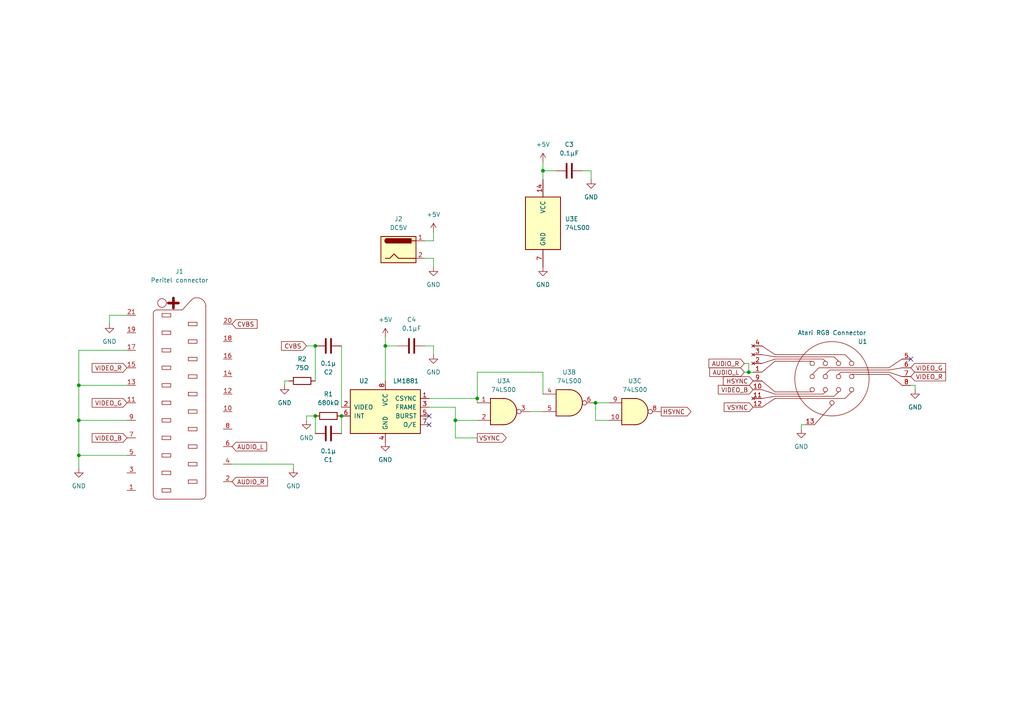
<source format=kicad_sch>
(kicad_sch (version 20230121) (generator eeschema)
  (paper "A4")
  (lib_symbols
    (symbol "74xx:74LS00" (pin_names (offset 1.016))
      (property "Reference" "U" (at 0 1.27 0))
      (property "Value" "74LS00" (at 0 -1.27 0))
      (symbol "74LS00_1_1"
        (arc (start 0 -3.81) (mid 3.7934 0) (end 0 3.81) (stroke (width 0.254)) (fill (type background)))
        (polyline (pts (xy 0 3.81) (xy -3.81 3.81) (xy -3.81 -3.81) (xy 0 -3.81)) (stroke (width 0.254)) (fill (type background)))
        (pin input line (at -7.62 2.54 0) (length 3.81) (name "~") (number "1"))
        (pin input line (at -7.62 -2.54 0) (length 3.81) (name "~") (number "2"))
        (pin output inverted (at 7.62 0 180) (length 3.81) (name "~") (number "3"))
      )
      (symbol "74LS00_1_2"
        (arc (start -3.81 -3.81) (mid -2.589 0) (end -3.81 3.81) (stroke (width 0.254)))
        (arc (start -0.6096 -3.81) (mid 2.1842 -2.5851) (end 3.81 0) (stroke (width 0.254)) (fill (type background)))
        (polyline (pts (xy -3.81 -3.81) (xy -0.635 -3.81)) (stroke (width 0.254)) (fill (type background)))
        (polyline (pts (xy -3.81 3.81) (xy -0.635 3.81)) (stroke (width 0.254)) (fill (type background)))
        (polyline (pts (xy -0.635 3.81) (xy -3.81 3.81) (xy -3.81 3.81) (xy -3.556 3.4036) (xy -3.0226 2.2606) (xy -2.6924 1.0414) (xy -2.6162 -0.254) (xy -2.7686 -1.4986) (xy -3.175 -2.7178) (xy -3.81 -3.81) (xy -3.81 -3.81) (xy -0.635 -3.81)) (stroke (width -25.4)) (fill (type background)))
        (arc (start 3.81 0) (mid 2.1915 2.5936) (end -0.6096 3.81) (stroke (width 0.254)) (fill (type background)))
        (pin input inverted (at -7.62 2.54 0) (length 4.318) (name "~") (number "1"))
        (pin input inverted (at -7.62 -2.54 0) (length 4.318) (name "~") (number "2"))
        (pin output line (at 7.62 0 180) (length 3.81) (name "~") (number "3"))
      )
      (symbol "74LS00_2_1"
        (arc (start 0 -3.81) (mid 3.7934 0) (end 0 3.81) (stroke (width 0.254)) (fill (type background)))
        (polyline (pts (xy 0 3.81) (xy -3.81 3.81) (xy -3.81 -3.81) (xy 0 -3.81)) (stroke (width 0.254)) (fill (type background)))
        (pin input line (at -7.62 2.54 0) (length 3.81) (name "~") (number "4"))
        (pin input line (at -7.62 -2.54 0) (length 3.81) (name "~") (number "5"))
        (pin output inverted (at 7.62 0 180) (length 3.81) (name "~") (number "6"))
      )
      (symbol "74LS00_2_2"
        (arc (start -3.81 -3.81) (mid -2.589 0) (end -3.81 3.81) (stroke (width 0.254)))
        (arc (start -0.6096 -3.81) (mid 2.1842 -2.5851) (end 3.81 0) (stroke (width 0.254)) (fill (type background)))
        (polyline (pts (xy -3.81 -3.81) (xy -0.635 -3.81)) (stroke (width 0.254)) (fill (type background)))
        (polyline (pts (xy -3.81 3.81) (xy -0.635 3.81)) (stroke (width 0.254)) (fill (type background)))
        (polyline (pts (xy -0.635 3.81) (xy -3.81 3.81) (xy -3.81 3.81) (xy -3.556 3.4036) (xy -3.0226 2.2606) (xy -2.6924 1.0414) (xy -2.6162 -0.254) (xy -2.7686 -1.4986) (xy -3.175 -2.7178) (xy -3.81 -3.81) (xy -3.81 -3.81) (xy -0.635 -3.81)) (stroke (width -25.4)) (fill (type background)))
        (arc (start 3.81 0) (mid 2.1915 2.5936) (end -0.6096 3.81) (stroke (width 0.254)) (fill (type background)))
        (pin input inverted (at -7.62 2.54 0) (length 4.318) (name "~") (number "4"))
        (pin input inverted (at -7.62 -2.54 0) (length 4.318) (name "~") (number "5"))
        (pin output line (at 7.62 0 180) (length 3.81) (name "~") (number "6"))
      )
      (symbol "74LS00_3_1"
        (arc (start 0 -3.81) (mid 3.7934 0) (end 0 3.81) (stroke (width 0.254)) (fill (type background)))
        (polyline (pts (xy 0 3.81) (xy -3.81 3.81) (xy -3.81 -3.81) (xy 0 -3.81)) (stroke (width 0.254)) (fill (type background)))
        (pin input line (at -7.62 -2.54 0) (length 3.81) (name "~") (number "10"))
        (pin output inverted (at 7.62 0 180) (length 3.81) (name "~") (number "8"))
        (pin input line (at -7.62 2.54 0) (length 3.81) (name "~") (number "9"))
      )
      (symbol "74LS00_3_2"
        (arc (start -3.81 -3.81) (mid -2.589 0) (end -3.81 3.81) (stroke (width 0.254)))
        (arc (start -0.6096 -3.81) (mid 2.1842 -2.5851) (end 3.81 0) (stroke (width 0.254)) (fill (type background)))
        (polyline (pts (xy -3.81 -3.81) (xy -0.635 -3.81)) (stroke (width 0.254)) (fill (type background)))
        (polyline (pts (xy -3.81 3.81) (xy -0.635 3.81)) (stroke (width 0.254)) (fill (type background)))
        (polyline (pts (xy -0.635 3.81) (xy -3.81 3.81) (xy -3.81 3.81) (xy -3.556 3.4036) (xy -3.0226 2.2606) (xy -2.6924 1.0414) (xy -2.6162 -0.254) (xy -2.7686 -1.4986) (xy -3.175 -2.7178) (xy -3.81 -3.81) (xy -3.81 -3.81) (xy -0.635 -3.81)) (stroke (width -25.4)) (fill (type background)))
        (arc (start 3.81 0) (mid 2.1915 2.5936) (end -0.6096 3.81) (stroke (width 0.254)) (fill (type background)))
        (pin input inverted (at -7.62 -2.54 0) (length 4.318) (name "~") (number "10"))
        (pin output line (at 7.62 0 180) (length 3.81) (name "~") (number "8"))
        (pin input inverted (at -7.62 2.54 0) (length 4.318) (name "~") (number "9"))
      )
      (symbol "74LS00_4_1"
        (arc (start 0 -3.81) (mid 3.7934 0) (end 0 3.81) (stroke (width 0.254)) (fill (type background)))
        (polyline (pts (xy 0 3.81) (xy -3.81 3.81) (xy -3.81 -3.81) (xy 0 -3.81)) (stroke (width 0.254)) (fill (type background)))
        (pin output inverted (at 7.62 0 180) (length 3.81) (name "~") (number "11"))
        (pin input line (at -7.62 2.54 0) (length 3.81) (name "~") (number "12"))
        (pin input line (at -7.62 -2.54 0) (length 3.81) (name "~") (number "13"))
      )
      (symbol "74LS00_4_2"
        (arc (start -3.81 -3.81) (mid -2.589 0) (end -3.81 3.81) (stroke (width 0.254)))
        (arc (start -0.6096 -3.81) (mid 2.1842 -2.5851) (end 3.81 0) (stroke (width 0.254)) (fill (type background)))
        (polyline (pts (xy -3.81 -3.81) (xy -0.635 -3.81)) (stroke (width 0.254)) (fill (type background)))
        (polyline (pts (xy -3.81 3.81) (xy -0.635 3.81)) (stroke (width 0.254)) (fill (type background)))
        (polyline (pts (xy -0.635 3.81) (xy -3.81 3.81) (xy -3.81 3.81) (xy -3.556 3.4036) (xy -3.0226 2.2606) (xy -2.6924 1.0414) (xy -2.6162 -0.254) (xy -2.7686 -1.4986) (xy -3.175 -2.7178) (xy -3.81 -3.81) (xy -3.81 -3.81) (xy -0.635 -3.81)) (stroke (width -25.4)) (fill (type background)))
        (arc (start 3.81 0) (mid 2.1915 2.5936) (end -0.6096 3.81) (stroke (width 0.254)) (fill (type background)))
        (pin output line (at 7.62 0 180) (length 3.81) (name "~") (number "11"))
        (pin input inverted (at -7.62 2.54 0) (length 4.318) (name "~") (number "12"))
        (pin input inverted (at -7.62 -2.54 0) (length 4.318) (name "~") (number "13"))
      )
      (symbol "74LS00_5_0"
        (pin power_in line (at 0 12.7 270) (length 5.08) (name "VCC") (number "14"))
        (pin power_in line (at 0 -12.7 90) (length 5.08) (name "GND") (number "7"))
      )
      (symbol "74LS00_5_1"
        (rectangle (start -5.08 7.62) (end 5.08 -7.62) (stroke (width 0.254)) (fill (type background)))
      )
    )
    (symbol "Connector:Barrel_Jack" (pin_names (offset 1.016))
      (property "Reference" "J" (at 0 5.334 0))
      (property "Value" "Barrel_Jack" (at 0 -5.08 0))
      (symbol "Barrel_Jack_0_1"
        (rectangle (start -5.08 3.81) (end 5.08 -3.81) (stroke (width 0.254)) (fill (type background)))
        (arc (start -3.302 3.175) (mid -3.9343 2.54) (end -3.302 1.905) (stroke (width 0.254)))
        (arc (start -3.302 3.175) (mid -3.9343 2.54) (end -3.302 1.905) (stroke (width 0.254)) (fill (type outline)))
        (polyline (pts (xy 5.08 2.54) (xy 3.81 2.54)) (stroke (width 0.254)))
        (polyline (pts (xy -3.81 -2.54) (xy -2.54 -2.54) (xy -1.27 -1.27) (xy 0 -2.54) (xy 2.54 -2.54) (xy 5.08 -2.54)) (stroke (width 0.254)))
        (rectangle (start 3.683 3.175) (end -3.302 1.905) (stroke (width 0.254)) (fill (type outline)))
      )
      (symbol "Barrel_Jack_1_1"
        (pin passive line (at 7.62 2.54 180) (length 2.54) (name "~") (number "1"))
        (pin passive line (at 7.62 -2.54 180) (length 2.54) (name "~") (number "2"))
      )
    )
    (symbol "Connector:SCART-F" (pin_names (offset 0.762) hide)
      (property "Reference" "J" (at 0 31.75 0))
      (property "Value" "SCART-F" (at 1.016 -29.21 0))
      (symbol "SCART-F_0_1"
        (arc (start -7.62 -26.67) (mid -7.248 -27.568) (end -6.35 -27.94))
        (arc (start -6.604 26.9494) (mid -7.3224 26.6518) (end -7.62 25.9334))
        (rectangle (start -5.08 -24.892) (end -2.54 -25.908))
        (rectangle (start -5.08 -19.812) (end -2.54 -20.828))
        (rectangle (start -5.08 -14.732) (end -2.54 -15.748))
        (rectangle (start -5.08 -9.652) (end -2.54 -10.668))
        (rectangle (start -5.08 -4.572) (end -2.54 -5.588))
        (rectangle (start -5.08 0.508) (end -2.54 -0.508))
        (rectangle (start -5.08 5.588) (end -2.54 4.572))
        (rectangle (start -5.08 10.668) (end -2.54 9.652))
        (rectangle (start -5.08 15.748) (end -2.54 14.732))
        (rectangle (start -5.08 20.828) (end -2.54 19.812))
        (rectangle (start -5.08 25.908) (end -2.54 24.892))
        (circle (center -5.08 28.956) (radius 1.27))
        (polyline (pts (xy -7.62 22.86) (xy -7.62 -26.67)))
        (polyline (pts (xy -7.62 22.86) (xy -7.62 24.13)))
        (polyline (pts (xy -7.62 24.6634) (xy -7.62 24.13)))
        (polyline (pts (xy -7.62 24.6634) (xy -7.62 25.9334)))
        (polyline (pts (xy -6.604 26.9494) (xy 0.508 26.9494)))
        (polyline (pts (xy -6.35 -27.94) (xy 6.35 -27.94)))
        (polyline (pts (xy 3.302 29.718) (xy 1.27 27.432)))
        (polyline (pts (xy 4.826 30.48) (xy 5.08 30.48)))
        (polyline (pts (xy 7.62 -26.67) (xy 7.62 28.2194)))
        (arc (start 0.508 26.924) (mid 0.9569 27.0702) (end 1.2192 27.4574))
        (rectangle (start 2.54 -22.352) (end 5.08 -23.368))
        (rectangle (start 2.54 -17.272) (end 5.08 -18.288))
        (rectangle (start 2.54 -12.192) (end 5.08 -13.208))
        (rectangle (start 2.54 -7.112) (end 5.08 -8.128))
        (rectangle (start 2.54 -2.032) (end 5.08 -3.048))
        (rectangle (start 2.54 3.048) (end 5.08 2.032))
        (rectangle (start 2.54 8.128) (end 5.08 7.112))
        (rectangle (start 2.54 13.208) (end 5.08 12.192))
        (rectangle (start 2.54 18.288) (end 5.08 17.272))
        (rectangle (start 2.54 23.368) (end 5.08 22.352))
        (arc (start 4.826 30.48) (mid 3.999 30.2726) (end 3.3782 29.6926))
        (arc (start 6.35 -27.94) (mid 7.248 -27.568) (end 7.62 -26.67))
        (arc (start 7.62 27.94) (mid 6.8761 29.7361) (end 5.08 30.48))
        (text "+" (at -1.778 29.21 0) (effects (font (size 3.81 3.81) bold)))
      )
      (symbol "SCART-F_1_1"
        (pin passive line (at -15.24 -25.4 0) (length 2.54) (name "P1") (number "1"))
        (pin passive line (at 15.24 -2.54 180) (length 2.54) (name "P10") (number "10"))
        (pin passive line (at -15.24 0 0) (length 2.54) (name "P11") (number "11"))
        (pin passive line (at 15.24 2.54 180) (length 2.54) (name "P12") (number "12"))
        (pin passive line (at -15.24 5.08 0) (length 2.54) (name "P13") (number "13"))
        (pin passive line (at 15.24 7.62 180) (length 2.54) (name "P14") (number "14"))
        (pin passive line (at -15.24 10.16 0) (length 2.54) (name "P15") (number "15"))
        (pin passive line (at 15.24 12.7 180) (length 2.54) (name "P16") (number "16"))
        (pin passive line (at -15.24 15.24 0) (length 2.54) (name "P17") (number "17"))
        (pin passive line (at 15.24 17.78 180) (length 2.54) (name "P18") (number "18"))
        (pin passive line (at -15.24 20.32 0) (length 2.54) (name "P19") (number "19"))
        (pin passive line (at 15.24 -22.86 180) (length 2.54) (name "P2") (number "2"))
        (pin passive line (at 15.24 22.86 180) (length 2.54) (name "P20") (number "20"))
        (pin passive line (at -15.24 25.4 0) (length 2.54) (name "P21") (number "21"))
        (pin passive line (at -15.24 -20.32 0) (length 2.54) (name "P3") (number "3"))
        (pin passive line (at 15.24 -17.78 180) (length 2.54) (name "P4") (number "4"))
        (pin passive line (at -15.24 -15.24 0) (length 2.54) (name "P5") (number "5"))
        (pin passive line (at 15.24 -12.7 180) (length 2.54) (name "P6") (number "6"))
        (pin passive line (at -15.24 -10.16 0) (length 2.54) (name "P7") (number "7"))
        (pin passive line (at 15.24 -7.62 180) (length 2.54) (name "P8") (number "8"))
        (pin passive line (at -15.24 -5.08 0) (length 2.54) (name "P9") (number "9"))
      )
    )
    (symbol "Device:C" (pin_numbers hide) (pin_names (offset 0.254))
      (property "Reference" "C" (at 0.635 2.54 0))
      (property "Value" "C" (at 0.635 -2.54 0))
      (symbol "C_0_1"
        (polyline (pts (xy -2.032 -0.762) (xy 2.032 -0.762)) (stroke (width 0.508)))
        (polyline (pts (xy -2.032 0.762) (xy 2.032 0.762)) (stroke (width 0.508)))
      )
      (symbol "C_1_1"
        (pin passive line (at 0 3.81 270) (length 2.794) (name "~") (number "1"))
        (pin passive line (at 0 -3.81 90) (length 2.794) (name "~") (number "2"))
      )
    )
    (symbol "Device:R" (pin_numbers hide) (pin_names (offset 0))
      (property "Reference" "R" (at 2.032 0 90))
      (property "Value" "R" (at 0 0 90))
      (symbol "R_0_1"
        (rectangle (start -1.016 -2.54) (end 1.016 2.54) (stroke (width 0.254)))
      )
      (symbol "R_1_1"
        (pin passive line (at 0 3.81 270) (length 1.27) (name "~") (number "1"))
        (pin passive line (at 0 -3.81 90) (length 1.27) (name "~") (number "2"))
      )
    )
    (symbol "Video:LM1881" (pin_names (offset 1.016))
      (property "Reference" "U" (at -8.89 8.89 0))
      (property "Value" "LM1881" (at 6.35 8.89 0))
      (symbol "LM1881_0_1"
        (rectangle (start -10.16 7.62) (end 10.16 -5.08) (stroke (width 0.254)) (fill (type background)))
      )
      (symbol "LM1881_1_1"
        (pin output line (at 12.7 5.08 180) (length 2.54) (name "CSYNC") (number "1"))
        (pin input line (at -12.7 2.54 0) (length 2.54) (name "VIDEO") (number "2"))
        (pin output line (at 12.7 2.54 180) (length 2.54) (name "FRAME") (number "3"))
        (pin power_in line (at 0 -7.62 90) (length 2.54) (name "GND") (number "4"))
        (pin output line (at 12.7 0 180) (length 2.54) (name "BURST") (number "5"))
        (pin input line (at -12.7 0 0) (length 2.54) (name "INT") (number "6"))
        (pin output line (at 12.7 -2.54 180) (length 2.54) (name "O/E") (number "7"))
        (pin power_in line (at 0 10.16 270) (length 2.54) (name "VCC") (number "8"))
      )
    )
    (symbol "power:+5V" (power) (pin_names (offset 0))
      (property "Value" "+5V" (at 0 3.556 0))
      (symbol "+5V_0_1"
        (polyline (pts (xy -0.762 1.27) (xy 0 2.54)))
        (polyline (pts (xy 0 0) (xy 0 2.54)))
        (polyline (pts (xy 0 2.54) (xy 0.762 1.27)))
      )
      (symbol "+5V_1_1"
        (pin power_in line (at 0 0 90) (length 0) hide (name "+5V") (number "1"))
      )
    )
    (symbol "power:GND" (power) (pin_names (offset 0))
      (property "Value" "GND" (at 0 -3.81 0))
      (symbol "GND_0_1"
        (polyline (pts (xy 0 0) (xy 0 -1.27) (xy 1.27 -1.27) (xy 0 -2.54) (xy -1.27 -1.27) (xy 0 -1.27)))
      )
      (symbol "GND_1_1"
        (pin power_in line (at 0 0 270) (length 0) hide (name "GND") (number "1"))
      )
    )
    (symbol "sc1224-scart:DIN-13"
      (property "Reference" "U" (at 0 -14.605 0))
      (property "Value" "DIN-13" (at 0 -12.7 0))
      (symbol "DIN-13_0_1"
        (circle (center -5.715 -5.08) (radius 0.635))
        (circle (center -5.715 -1.27) (radius 0.635))
        (circle (center -5.715 2.54) (radius 0.635))
        (circle (center -1.905 -5.08) (radius 0.635))
        (circle (center -1.905 -1.27) (radius 0.635))
        (circle (center -1.905 2.54) (radius 0.635))
        (circle (center 0 -0.635) (radius 10.7763))
        (polyline (pts (xy -20.32 -3.81) (xy -16.51 -3.175)))
        (polyline (pts (xy -20.32 -1.27) (xy -16.51 -2.54)))
        (polyline (pts (xy -20.32 1.27) (xy -16.51 -1.905)))
        (polyline (pts (xy -16.51 -3.81) (xy -20.32 -6.35)))
        (polyline (pts (xy -5.715 -1.905) (xy -16.51 -1.905)))
        (polyline (pts (xy 5.08 12.7) (xy 0 6.985)))
        (polyline (pts (xy 5.715 -5.715) (xy 16.51 -5.715)))
        (polyline (pts (xy 5.715 3.175) (xy 16.51 3.175)))
        (polyline (pts (xy 16.51 -7.62) (xy 20.32 -10.16)))
        (polyline (pts (xy 16.51 5.08) (xy 20.32 7.62)))
        (polyline (pts (xy 20.32 -7.62) (xy 16.51 -6.985)))
        (polyline (pts (xy 20.32 -5.08) (xy 16.51 -6.35)))
        (polyline (pts (xy 20.32 -2.54) (xy 16.51 -5.715)))
        (polyline (pts (xy 20.32 0) (xy 16.51 3.175)))
        (polyline (pts (xy 20.32 2.54) (xy 16.51 3.81)))
        (polyline (pts (xy 20.32 5.08) (xy 16.51 4.445)))
        (polyline (pts (xy -5.715 -5.715) (xy -3.81 -7.62) (xy 16.51 -7.62)))
        (polyline (pts (xy -5.715 3.175) (xy -3.81 5.08) (xy 16.51 5.08)))
        (polyline (pts (xy -1.905 -5.715) (xy -0.635 -6.985) (xy 16.51 -6.985)))
        (polyline (pts (xy -1.905 -1.905) (xy -2.54 -2.54) (xy -16.51 -2.54)))
        (polyline (pts (xy -1.905 3.175) (xy -0.635 4.445) (xy 16.51 4.445)))
        (polyline (pts (xy 1.905 -5.715) (xy 2.54 -6.35) (xy 16.51 -6.35)))
        (polyline (pts (xy 1.905 -1.905) (xy 0.635 -3.175) (xy -16.51 -3.175)))
        (polyline (pts (xy 1.905 3.175) (xy 2.54 3.81) (xy 16.51 3.81)))
        (polyline (pts (xy 5.715 -1.905) (xy 3.81 -3.81) (xy -16.51 -3.81)))
        (circle (center 0 6.35) (radius 0.635))
        (circle (center 1.905 -5.08) (radius 0.635))
        (circle (center 1.905 -1.27) (radius 0.635))
        (circle (center 1.905 2.54) (radius 0.635))
        (circle (center 5.715 -5.08) (radius 0.635))
        (circle (center 5.715 -1.27) (radius 0.635))
        (circle (center 5.715 2.54) (radius 0.635))
      )
      (symbol "DIN-13_1_1"
        (pin input line (at 22.86 -2.54 180) (length 2.54) (name "") (number "1"))
        (pin input line (at 22.86 2.54 180) (length 2.54) (name "") (number "10"))
        (pin no_connect line (at 22.86 5.08 180) (length 2.54) (name "") (number "11"))
        (pin input line (at 22.86 7.62 180) (length 2.54) (name "") (number "12"))
        (pin power_in line (at 7.62 12.7 180) (length 2.54) (name "") (number "13"))
        (pin no_connect line (at 22.86 -5.08 180) (length 2.54) (name "") (number "2"))
        (pin no_connect line (at 22.86 -7.62 180) (length 2.54) (name "") (number "3"))
        (pin no_connect line (at 22.86 -10.16 180) (length 2.54) (name "") (number "4"))
        (pin power_in line (at -22.86 -6.35 0) (length 2.54) (name "") (number "5"))
        (pin input line (at -22.86 -3.81 0) (length 2.54) (name "") (number "6"))
        (pin input line (at -22.86 -1.27 0) (length 2.54) (name "") (number "7"))
        (pin power_in line (at -22.86 1.27 0) (length 2.54) (name "") (number "8"))
        (pin input line (at 22.86 0 180) (length 2.54) (name "") (number "9"))
      )
    )
  )
  (junction (at 99.06 120.65))
  (junction (at 91.44 100.33))
  (junction (at 22.86 121.92))
  (junction (at 22.86 111.76))
  (junction (at 22.86 132.08))
  (junction (at 217.17 107.95))
  (junction (at 138.43 115.57))
  (junction (at 111.76 100.33))
  (junction (at 91.44 120.65))
  (junction (at 132.08 121.92))
  (junction (at 172.72 116.84))
  (junction (at 157.48 49.53))
  (no_connect (at 124.46 123.19))
  (no_connect (at 264.16 104.14))
  (no_connect (at 124.46 120.65))
  (wire (pts (xy 31.75 93.98) (xy 31.75 91.44)))
  (wire (pts (xy 123.19 74.93) (xy 125.73 74.93)))
  (wire (pts (xy 215.9 107.95) (xy 217.17 107.95)))
  (wire (pts (xy 22.86 111.76) (xy 22.86 121.92)))
  (wire (pts (xy 138.43 107.95) (xy 157.48 107.95)))
  (wire (pts (xy 22.86 121.92) (xy 36.83 121.92)))
  (wire (pts (xy 153.67 119.38) (xy 157.48 119.38)))
  (wire (pts (xy 88.9 120.65) (xy 91.44 120.65)))
  (wire (pts (xy 111.76 100.33) (xy 111.76 110.49)))
  (wire (pts (xy 232.41 124.46) (xy 232.41 123.19)))
  (wire (pts (xy 85.09 134.62) (xy 67.31 134.62)))
  (wire (pts (xy 125.73 100.33) (xy 125.73 102.87)))
  (wire (pts (xy 172.72 121.92) (xy 176.53 121.92)))
  (wire (pts (xy 115.57 100.33) (xy 111.76 100.33)))
  (wire (pts (xy 22.86 132.08) (xy 22.86 135.89)))
  (wire (pts (xy 132.08 121.92) (xy 138.43 121.92)))
  (wire (pts (xy 138.43 115.57) (xy 138.43 116.84)))
  (wire (pts (xy 217.17 107.95) (xy 217.17 105.41)))
  (wire (pts (xy 111.76 97.79) (xy 111.76 100.33)))
  (wire (pts (xy 132.08 118.11) (xy 132.08 121.92)))
  (wire (pts (xy 31.75 91.44) (xy 36.83 91.44)))
  (wire (pts (xy 124.46 115.57) (xy 138.43 115.57)))
  (wire (pts (xy 172.72 116.84) (xy 172.72 121.92)))
  (wire (pts (xy 265.43 111.76) (xy 264.16 111.76)))
  (wire (pts (xy 124.46 118.11) (xy 132.08 118.11)))
  (wire (pts (xy 99.06 100.33) (xy 99.06 118.11)))
  (wire (pts (xy 22.86 121.92) (xy 22.86 132.08)))
  (wire (pts (xy 132.08 121.92) (xy 132.08 127)))
  (wire (pts (xy 99.06 120.65) (xy 99.06 125.73)))
  (wire (pts (xy 88.9 100.33) (xy 91.44 100.33)))
  (wire (pts (xy 91.44 120.65) (xy 91.44 125.73)))
  (wire (pts (xy 265.43 111.76) (xy 265.43 113.03)))
  (wire (pts (xy 125.73 69.85) (xy 125.73 67.31)))
  (wire (pts (xy 82.55 111.76) (xy 82.55 110.49)))
  (wire (pts (xy 172.72 116.84) (xy 176.53 116.84)))
  (wire (pts (xy 22.86 132.08) (xy 36.83 132.08)))
  (wire (pts (xy 157.48 107.95) (xy 157.48 114.3)))
  (wire (pts (xy 171.45 49.53) (xy 168.91 49.53)))
  (wire (pts (xy 161.29 49.53) (xy 157.48 49.53)))
  (wire (pts (xy 217.17 105.41) (xy 215.9 105.41)))
  (wire (pts (xy 132.08 127) (xy 138.43 127)))
  (wire (pts (xy 22.86 111.76) (xy 36.83 111.76)))
  (wire (pts (xy 22.86 101.6) (xy 36.83 101.6)))
  (wire (pts (xy 232.41 123.19) (xy 233.68 123.19)))
  (wire (pts (xy 218.44 107.95) (xy 217.17 107.95)))
  (wire (pts (xy 88.9 121.92) (xy 88.9 120.65)))
  (wire (pts (xy 138.43 115.57) (xy 138.43 107.95)))
  (wire (pts (xy 85.09 135.89) (xy 85.09 134.62)))
  (wire (pts (xy 125.73 74.93) (xy 125.73 77.47)))
  (wire (pts (xy 171.45 49.53) (xy 171.45 52.07)))
  (wire (pts (xy 91.44 100.33) (xy 91.44 110.49)))
  (wire (pts (xy 157.48 46.99) (xy 157.48 49.53)))
  (wire (pts (xy 157.48 49.53) (xy 157.48 52.07)))
  (wire (pts (xy 82.55 110.49) (xy 83.82 110.49)))
  (wire (pts (xy 125.73 100.33) (xy 123.19 100.33)))
  (wire (pts (xy 22.86 101.6) (xy 22.86 111.76)))
  (wire (pts (xy 123.19 69.85) (xy 125.73 69.85)))
  (global_label "AUDIO_R" (shape input) (at 215.9 105.41 180) (property "Intersheetrefs" "${INTERSHEET_REFS}" (effects hide)))
  (global_label "VIDEO_R" (shape input) (at 36.83 106.68 180) (property "Intersheetrefs" "${INTERSHEET_REFS}" (effects hide)))
  (global_label "CVBS" (shape input) (at 88.9 100.33 180) (property "Intersheetrefs" "${INTERSHEET_REFS}" (effects hide)))
  (global_label "CVBS" (shape input) (at 67.31 93.98 0) (property "Intersheetrefs" "${INTERSHEET_REFS}" (effects hide)))
  (global_label "VIDEO_G" (shape input) (at 36.83 116.84 180) (property "Intersheetrefs" "${INTERSHEET_REFS}" (effects hide)))
  (global_label "VIDEO_G" (shape input) (at 264.16 106.68 0) (property "Intersheetrefs" "${INTERSHEET_REFS}" (effects hide)))
  (global_label "HSYNC" (shape output) (at 191.77 119.38 0) (property "Intersheetrefs" "${INTERSHEET_REFS}" (effects hide)))
  (global_label "VSYNC" (shape input) (at 218.44 118.11 180) (property "Intersheetrefs" "${INTERSHEET_REFS}" (effects hide)))
  (global_label "AUDIO_R" (shape input) (at 67.31 139.7 0) (property "Intersheetrefs" "${INTERSHEET_REFS}" (effects hide)))
  (global_label "VIDEO_B" (shape input) (at 218.44 113.03 180) (property "Intersheetrefs" "${INTERSHEET_REFS}" (effects hide)))
  (global_label "VIDEO_R" (shape input) (at 264.16 109.22 0) (property "Intersheetrefs" "${INTERSHEET_REFS}" (effects hide)))
  (global_label "VSYNC" (shape output) (at 138.43 127 0) (property "Intersheetrefs" "${INTERSHEET_REFS}" (effects hide)))
  (global_label "VIDEO_B" (shape input) (at 36.83 127 180) (property "Intersheetrefs" "${INTERSHEET_REFS}" (effects hide)))
  (global_label "AUDIO_L" (shape input) (at 215.9 107.95 180) (property "Intersheetrefs" "${INTERSHEET_REFS}" (effects hide)))
  (global_label "AUDIO_L" (shape input) (at 67.31 129.54 0) (property "Intersheetrefs" "${INTERSHEET_REFS}" (effects hide)))
  (global_label "HSYNC" (shape input) (at 218.44 110.49 180) (property "Intersheetrefs" "${INTERSHEET_REFS}" (effects hide)))
  (symbol (lib_id "Device:C") (at 95.25 100.33 90) (unit 1)
    (property "Reference" "C2" (at 95.25 107.95 90))
    (property "Value" "0.1µ" (at 95.25 105.41 90))
    (property "Footprint" "Capacitor_Tantalum_SMD:CP_EIA-2012-15_AVX-P_Pad1.30x1.05mm_HandSolder" (effects hide))
  )
  (symbol (lib_id "Device:C") (at 95.25 125.73 90) (unit 1)
    (property "Reference" "C1" (at 95.25 133.35 90))
    (property "Value" "0.1µ" (at 95.25 130.81 90))
    (property "Footprint" "Capacitor_Tantalum_SMD:CP_EIA-2012-15_AVX-P_Pad1.30x1.05mm_HandSolder" (effects hide))
  )
  (symbol (lib_id "power:GND") (at 85.09 135.89 0) (unit 1)
    (property "Reference" "#PWR013" (effects hide))
    (property "Value" "GND" (at 85.09 140.97 0))
  )
  (symbol (lib_id "Device:R") (at 95.25 120.65 90) (unit 1)
    (property "Reference" "R1" (at 95.25 114.3 90))
    (property "Value" "680kΩ" (at 95.25 116.84 90))
    (property "Footprint" "Resistor_SMD:R_0805_2012Metric_Pad1.20x1.40mm_HandSolder" (effects hide))
  )
  (symbol (lib_id "74xx:74LS00") (at 184.15 119.38 0) (unit 3)
    (property "Reference" "U3" (at 184.1417 110.49 0))
    (property "Value" "74LS00" (at 184.1417 113.03 0))
    (property "Footprint" "Package_SO:SSOP-14_5.3x6.2mm_P0.65mm" (effects hide))
    (property "Datasheet" "http://www.ti.com/lit/gpn/sn74ls00" (effects hide))
  )
  (symbol (lib_id "power:GND") (at 31.75 93.98 0) (unit 1)
    (property "Reference" "#PWR014" (effects hide))
    (property "Value" "GND" (at 31.75 99.06 0))
  )
  (symbol (lib_id "power:GND") (at 157.48 77.47 0) (unit 1)
    (property "Reference" "#PWR05" (effects hide))
    (property "Value" "GND" (at 157.48 82.55 0))
  )
  (symbol (lib_id "power:GND") (at 125.73 77.47 0) (unit 1)
    (property "Reference" "#PWR015" (effects hide))
    (property "Value" "GND" (at 125.73 82.55 0))
  )
  (symbol (lib_id "Device:R") (at 87.63 110.49 90) (unit 1)
    (property "Reference" "R2" (at 87.63 104.14 90))
    (property "Value" "75Ω" (at 87.63 106.68 90))
    (property "Footprint" "Resistor_SMD:R_0805_2012Metric_Pad1.20x1.40mm_HandSolder" (effects hide))
  )
  (symbol (lib_id "Device:C") (at 119.38 100.33 90) (unit 1)
    (property "Reference" "C4" (at 119.38 92.71 90))
    (property "Value" "0.1µF" (at 119.38 95.25 90))
    (property "Footprint" "Capacitor_Tantalum_SMD:CP_EIA-2012-15_AVX-P_Pad1.30x1.05mm_HandSolder" (effects hide))
  )
  (symbol (lib_id "74xx:74LS00") (at 157.48 64.77 0) (unit 5)
    (property "Reference" "U3" (at 163.83 63.5 0) (effects (justify left)))
    (property "Value" "74LS00" (at 163.83 66.04 0) (effects (justify left)))
    (property "Footprint" "Package_SO:SSOP-14_5.3x6.2mm_P0.65mm" (effects hide))
    (property "Datasheet" "http://www.ti.com/lit/gpn/sn74ls00" (effects hide))
  )
  (symbol (lib_id "Connector:Barrel_Jack") (at 115.57 72.39 0) (unit 1)
    (property "Reference" "J2" (at 115.57 63.5 0))
    (property "Value" "DC5V" (at 115.57 66.04 0))
    (property "Footprint" "Connector_BarrelJack:BarrelJack_Wuerth_6941xx301002" (effects hide))
  )
  (symbol (lib_id "power:GND") (at 111.76 128.27 0) (unit 1)
    (property "Reference" "#PWR09" (effects hide))
    (property "Value" "GND" (at 111.76 133.35 0))
  )
  (symbol (lib_id "power:+5V") (at 157.48 46.99 0) (unit 1)
    (property "Reference" "#PWR07" (effects hide))
    (property "Value" "+5V" (at 157.48 41.91 0))
  )
  (symbol (lib_id "power:+5V") (at 111.76 97.79 0) (unit 1)
    (property "Reference" "#PWR06" (effects hide))
    (property "Value" "+5V" (at 111.76 92.71 0))
  )
  (symbol (lib_id "power:GND") (at 125.73 102.87 0) (unit 1)
    (property "Reference" "#PWR08" (effects hide))
    (property "Value" "GND" (at 125.73 107.95 0))
  )
  (symbol (lib_id "74xx:74LS00") (at 165.1 116.84 0) (unit 2)
    (property "Reference" "U3" (at 165.0917 107.95 0))
    (property "Value" "74LS00" (at 165.0917 110.49 0))
    (property "Footprint" "Package_SO:SSOP-14_5.3x6.2mm_P0.65mm" (effects hide))
    (property "Datasheet" "http://www.ti.com/lit/gpn/sn74ls00" (effects hide))
  )
  (symbol (lib_id "power:GND") (at 265.43 113.03 0) (unit 1)
    (property "Reference" "#PWR02" (effects hide))
    (property "Value" "GND" (at 265.43 118.11 0))
  )
  (symbol (lib_id "power:GND") (at 82.55 111.76 0) (unit 1)
    (property "Reference" "#PWR011" (effects hide))
    (property "Value" "GND" (at 82.55 116.84 0))
  )
  (symbol (lib_id "Video:LM1881") (at 111.76 120.65 0) (unit 1)
    (property "Reference" "U2" (at 104.14 110.49 0) (effects (justify left)))
    (property "Value" "LM1881" (at 113.9541 110.49 0) (effects (justify left)))
    (property "Footprint" "Package_SO:SOIC-8_3.9x4.9mm_P1.27mm" (effects hide))
  )
  (symbol (lib_id "74xx:74LS00") (at 146.05 119.38 0) (unit 1)
    (property "Reference" "U3" (at 146.0417 110.49 0))
    (property "Value" "74LS00" (at 146.0417 113.03 0))
    (property "Footprint" "Package_SO:SSOP-14_5.3x6.2mm_P0.65mm" (effects hide))
    (property "Datasheet" "http://www.ti.com/lit/gpn/sn74ls00" (effects hide))
  )
  (symbol (lib_id "Connector:SCART-F") (at 52.07 116.84 0) (unit 1)
    (property "Reference" "J1" (at 52.07 78.74 0))
    (property "Value" "Peritel connector" (at 52.07 81.28 0))
    (property "Footprint" "sc1224-scart:SCART" (effects hide))
    (property "Datasheet" " ~" (effects hide))
  )
  (symbol (lib_id "power:GND") (at 88.9 121.92 0) (unit 1)
    (property "Reference" "#PWR010" (effects hide))
    (property "Value" "GND" (at 88.9 127 0))
  )
  (symbol (lib_id "Device:C") (at 165.1 49.53 90) (unit 1)
    (property "Reference" "C3" (at 165.1 41.91 90))
    (property "Value" "0.1µF" (at 165.1 44.45 90))
    (property "Footprint" "Capacitor_Tantalum_SMD:CP_EIA-2012-15_AVX-P_Pad1.30x1.05mm_HandSolder" (effects hide))
  )
  (symbol (lib_id "sc1224-scart:DIN-13") (at 241.3 110.49 180) (unit 1)
    (property "Reference" "U1" (at 250.19 99.06 0))
    (property "Value" "Atari RGB Connector" (at 241.3 96.52 0))
    (property "Footprint" "sc1224-scart:DIN-13" (effects hide))
  )
  (symbol (lib_id "power:GND") (at 232.41 124.46 0) (unit 1)
    (property "Reference" "#PWR01" (effects hide))
    (property "Value" "GND" (at 232.41 129.54 0))
  )
  (symbol (lib_id "power:GND") (at 171.45 52.07 0) (unit 1)
    (property "Reference" "#PWR04" (effects hide))
    (property "Value" "GND" (at 171.45 57.15 0))
  )
  (symbol (lib_id "power:+5V") (at 125.73 67.31 0) (unit 1)
    (property "Reference" "#PWR03" (effects hide))
    (property "Value" "+5V" (at 125.73 62.23 0))
  )
  (symbol (lib_id "power:GND") (at 22.86 135.89 0) (unit 1)
    (property "Reference" "#PWR012" (effects hide))
    (property "Value" "GND" (at 22.86 140.97 0))
  )
)
</source>
